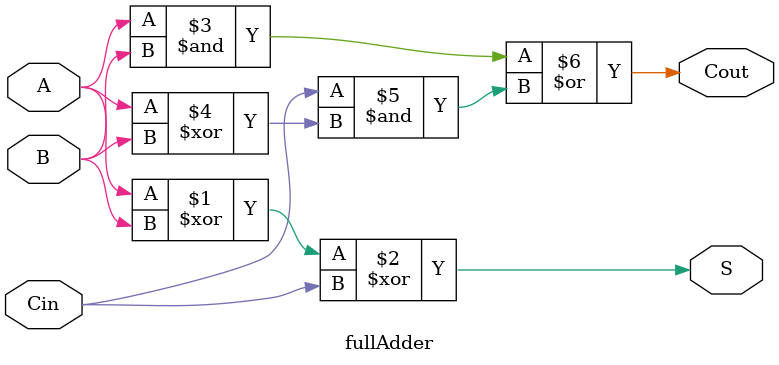
<source format=v>
`timescale 1ns / 1ps


module fullAdder(
    input A,
    input B,
    input Cin,
    output S,
    output Cout
    );
    assign S = A^B^Cin;
    assign Cout = A&B | Cin&(A^B);
endmodule

</source>
